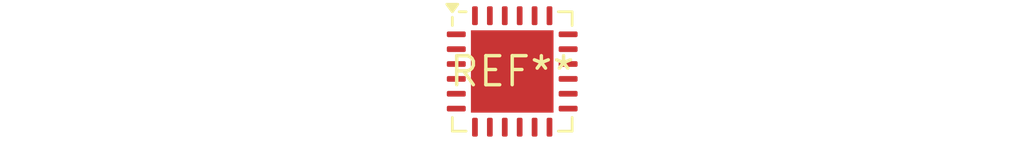
<source format=kicad_pcb>
(kicad_pcb (version 20240108) (generator pcbnew)
  (layers (0 "F.Cu" signal) (31 "B.Cu" signal) (34 "B.Paste" user) (35 "F.Paste" user) (36 "B.SilkS" user "B.Silkscreen") (37 "F.SilkS" user "F.Silkscreen") (38 "B.Mask" user) (39 "F.Mask" user) (44 "Edge.Cuts" user))
  (net 0 "")
  (footprint "QFN-24-1EP_5x5mm_P0.65mm_EP3.6x3.6mm" (layer "F.Cu") (at 0 0)
    (property "Reference" "REF**")
    (property "Value" "QFN-24-1EP_5x5mm_P0.65mm_EP3.6x3.6mm")
    (fp_line (start -2.61 -2.01) (end -2.61 -2.37) (layer "F.SilkS") (stroke (width 0.12)))
    (fp_line (start -2.61 2.61) (end -2.61 2.01) (layer "F.SilkS") (stroke (width 0.12)))
    (fp_line (start -2.01 -2.61) (end -2.31 -2.61) (layer "F.SilkS") (stroke (width 0.12)))
    (fp_line (start -2.01 2.61) (end -2.61 2.61) (layer "F.SilkS") (stroke (width 0.12)))
    (fp_line (start 2.01 -2.61) (end 2.61 -2.61) (layer "F.SilkS") (stroke (width 0.12)))
    (fp_line (start 2.01 2.61) (end 2.61 2.61) (layer "F.SilkS") (stroke (width 0.12)))
    (fp_line (start 2.61 -2.61) (end 2.61 -2.01) (layer "F.SilkS") (stroke (width 0.12)))
    (fp_line (start 2.61 2.61) (end 2.61 2.01) (layer "F.SilkS") (stroke (width 0.12)))
    (fp_poly (pts (xy -2.61 -2.61) (xy -2.85 -2.94) (xy -2.37 -2.94) (xy -2.61 -2.61)) (layer "F.SilkS") (stroke (width 0.12)) (fill solid))
    (pad "1" smd roundrect (at -2.4375 -1.625) (size 0.825 0.25) (layers "F.Cu" "F.Paste" "F.Mask"))
    (pad "2" smd roundrect (at -2.4375 -0.975) (size 0.825 0.25) (layers "F.Cu" "F.Paste" "F.Mask"))
    (pad "3" smd roundrect (at -2.4375 -0.325) (size 0.825 0.25) (layers "F.Cu" "F.Paste" "F.Mask"))
    (pad "4" smd roundrect (at -2.4375 0.325) (size 0.825 0.25) (layers "F.Cu" "F.Paste" "F.Mask"))
    (pad "5" smd roundrect (at -2.4375 0.975) (size 0.825 0.25) (layers "F.Cu" "F.Paste" "F.Mask"))
    (pad "6" smd roundrect (at -2.4375 1.625) (size 0.825 0.25) (layers "F.Cu" "F.Paste" "F.Mask"))
    (pad "7" smd roundrect (at -1.625 2.4375) (size 0.25 0.825) (layers "F.Cu" "F.Paste" "F.Mask"))
    (pad "8" smd roundrect (at -0.975 2.4375) (size 0.25 0.825) (layers "F.Cu" "F.Paste" "F.Mask"))
    (pad "9" smd roundrect (at -0.325 2.4375) (size 0.25 0.825) (layers "F.Cu" "F.Paste" "F.Mask"))
    (pad "10" smd roundrect (at 0.325 2.4375) (size 0.25 0.825) (layers "F.Cu" "F.Paste" "F.Mask"))
    (pad "11" smd roundrect (at 0.975 2.4375) (size 0.25 0.825) (layers "F.Cu" "F.Paste" "F.Mask"))
    (pad "12" smd roundrect (at 1.625 2.4375) (size 0.25 0.825) (layers "F.Cu" "F.Paste" "F.Mask"))
    (pad "13" smd roundrect (at 2.4375 1.625) (size 0.825 0.25) (layers "F.Cu" "F.Paste" "F.Mask"))
    (pad "14" smd roundrect (at 2.4375 0.975) (size 0.825 0.25) (layers "F.Cu" "F.Paste" "F.Mask"))
    (pad "15" smd roundrect (at 2.4375 0.325) (size 0.825 0.25) (layers "F.Cu" "F.Paste" "F.Mask"))
    (pad "16" smd roundrect (at 2.4375 -0.325) (size 0.825 0.25) (layers "F.Cu" "F.Paste" "F.Mask"))
    (pad "17" smd roundrect (at 2.4375 -0.975) (size 0.825 0.25) (layers "F.Cu" "F.Paste" "F.Mask"))
    (pad "18" smd roundrect (at 2.4375 -1.625) (size 0.825 0.25) (layers "F.Cu" "F.Paste" "F.Mask"))
    (pad "19" smd roundrect (at 1.625 -2.4375) (size 0.25 0.825) (layers "F.Cu" "F.Paste" "F.Mask"))
    (pad "20" smd roundrect (at 0.975 -2.4375) (size 0.25 0.825) (layers "F.Cu" "F.Paste" "F.Mask"))
    (pad "21" smd roundrect (at 0.325 -2.4375) (size 0.25 0.825) (layers "F.Cu" "F.Paste" "F.Mask"))
    (pad "22" smd roundrect (at -0.325 -2.4375) (size 0.25 0.825) (layers "F.Cu" "F.Paste" "F.Mask"))
    (pad "23" smd roundrect (at -0.975 -2.4375) (size 0.25 0.825) (layers "F.Cu" "F.Paste" "F.Mask"))
    (pad "24" smd roundrect (at -1.625 -2.4375) (size 0.25 0.825) (layers "F.Cu" "F.Paste" "F.Mask"))
    (pad "25" smd rect (at 0 0) (size 3.6 3.6) (property pad_prop_heatsink) (layers "F.Cu" "F.Mask"))
  )
)
</source>
